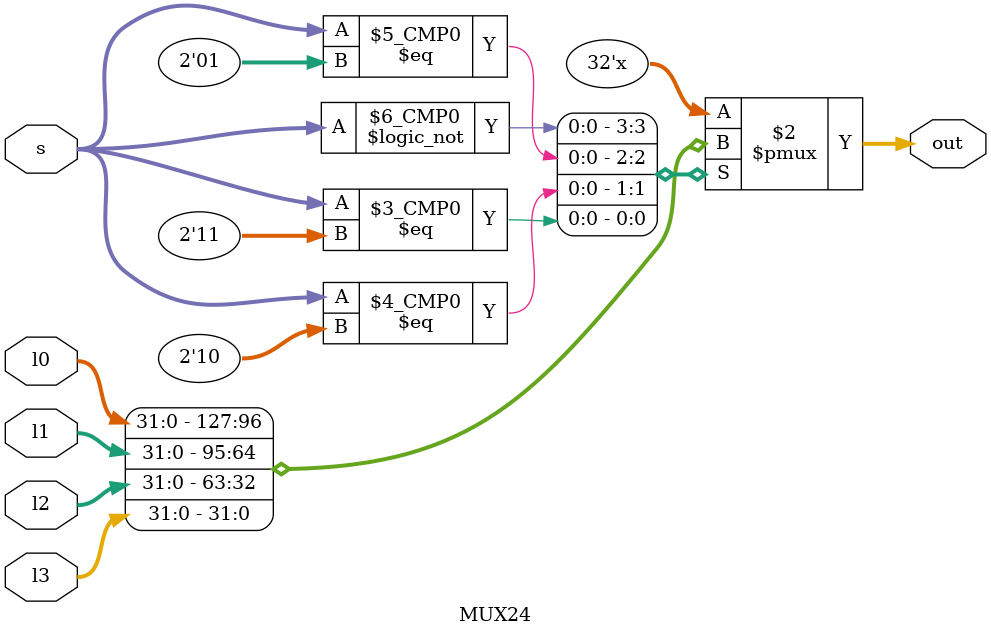
<source format=v>
module MUX24(
    input [1:0] s,
    input [31:0] l0,
    input [31:0] l1,
    input [31:0] l2,
    input [31:0] l3,
    output reg [31:0] out
);
always @(*) begin
    case(s) 
    2'b00: out <= l0;
    2'b01: out <= l1;
    2'b10: out <= l2;
    2'b11: out <= l3;
    endcase 
end
endmodule   
</source>
